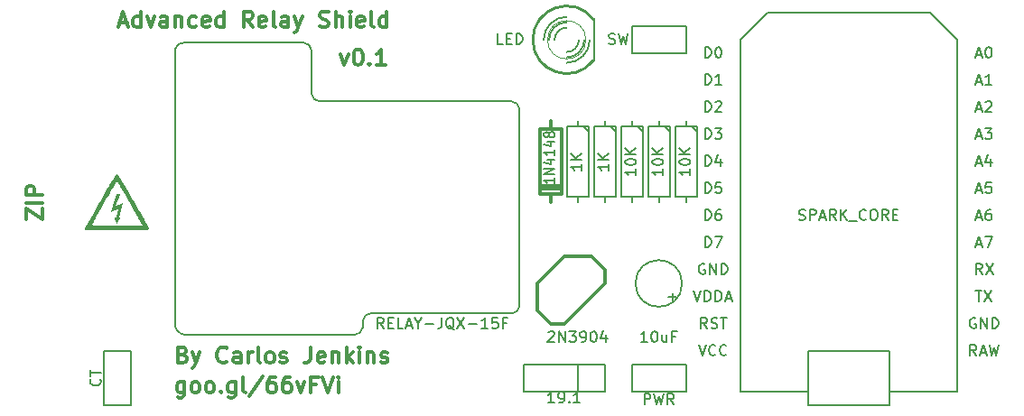
<source format=gto>
G04 (created by PCBNEW (2013-07-07 BZR 4022)-stable) date Thu 15 Aug 2013 17:22:16 CST*
%MOIN*%
G04 Gerber Fmt 3.4, Leading zero omitted, Abs format*
%FSLAX34Y34*%
G01*
G70*
G90*
G04 APERTURE LIST*
%ADD10C,0.006*%
%ADD11C,0.011811*%
%ADD12C,0.012*%
%ADD13C,0.0001*%
%ADD14C,0.008*%
%ADD15C,0.003*%
%ADD16C,0.01*%
%ADD17C,0.00590551*%
%ADD18C,0.0075*%
G04 APERTURE END LIST*
G54D10*
G54D11*
X42830Y-42129D02*
X42914Y-42157D01*
X42942Y-42185D01*
X42970Y-42242D01*
X42970Y-42326D01*
X42942Y-42382D01*
X42914Y-42410D01*
X42858Y-42439D01*
X42633Y-42439D01*
X42633Y-41848D01*
X42830Y-41848D01*
X42886Y-41876D01*
X42914Y-41904D01*
X42942Y-41960D01*
X42942Y-42017D01*
X42914Y-42073D01*
X42886Y-42101D01*
X42830Y-42129D01*
X42633Y-42129D01*
X43167Y-42045D02*
X43308Y-42439D01*
X43448Y-42045D02*
X43308Y-42439D01*
X43251Y-42579D01*
X43223Y-42607D01*
X43167Y-42635D01*
X44461Y-42382D02*
X44433Y-42410D01*
X44348Y-42439D01*
X44292Y-42439D01*
X44208Y-42410D01*
X44151Y-42354D01*
X44123Y-42298D01*
X44095Y-42185D01*
X44095Y-42101D01*
X44123Y-41989D01*
X44151Y-41932D01*
X44208Y-41876D01*
X44292Y-41848D01*
X44348Y-41848D01*
X44433Y-41876D01*
X44461Y-41904D01*
X44967Y-42439D02*
X44967Y-42129D01*
X44939Y-42073D01*
X44883Y-42045D01*
X44770Y-42045D01*
X44714Y-42073D01*
X44967Y-42410D02*
X44911Y-42439D01*
X44770Y-42439D01*
X44714Y-42410D01*
X44686Y-42354D01*
X44686Y-42298D01*
X44714Y-42242D01*
X44770Y-42214D01*
X44911Y-42214D01*
X44967Y-42185D01*
X45248Y-42439D02*
X45248Y-42045D01*
X45248Y-42157D02*
X45276Y-42101D01*
X45304Y-42073D01*
X45361Y-42045D01*
X45417Y-42045D01*
X45698Y-42439D02*
X45642Y-42410D01*
X45614Y-42354D01*
X45614Y-41848D01*
X46007Y-42439D02*
X45951Y-42410D01*
X45923Y-42382D01*
X45895Y-42326D01*
X45895Y-42157D01*
X45923Y-42101D01*
X45951Y-42073D01*
X46007Y-42045D01*
X46092Y-42045D01*
X46148Y-42073D01*
X46176Y-42101D01*
X46204Y-42157D01*
X46204Y-42326D01*
X46176Y-42382D01*
X46148Y-42410D01*
X46092Y-42439D01*
X46007Y-42439D01*
X46429Y-42410D02*
X46485Y-42439D01*
X46598Y-42439D01*
X46654Y-42410D01*
X46682Y-42354D01*
X46682Y-42326D01*
X46654Y-42270D01*
X46598Y-42242D01*
X46514Y-42242D01*
X46457Y-42214D01*
X46429Y-42157D01*
X46429Y-42129D01*
X46457Y-42073D01*
X46514Y-42045D01*
X46598Y-42045D01*
X46654Y-42073D01*
X47554Y-41848D02*
X47554Y-42270D01*
X47526Y-42354D01*
X47470Y-42410D01*
X47385Y-42439D01*
X47329Y-42439D01*
X48060Y-42410D02*
X48004Y-42439D01*
X47892Y-42439D01*
X47835Y-42410D01*
X47807Y-42354D01*
X47807Y-42129D01*
X47835Y-42073D01*
X47892Y-42045D01*
X48004Y-42045D01*
X48060Y-42073D01*
X48088Y-42129D01*
X48088Y-42185D01*
X47807Y-42242D01*
X48341Y-42045D02*
X48341Y-42439D01*
X48341Y-42101D02*
X48370Y-42073D01*
X48426Y-42045D01*
X48510Y-42045D01*
X48566Y-42073D01*
X48595Y-42129D01*
X48595Y-42439D01*
X48876Y-42439D02*
X48876Y-41848D01*
X48932Y-42214D02*
X49101Y-42439D01*
X49101Y-42045D02*
X48876Y-42270D01*
X49354Y-42439D02*
X49354Y-42045D01*
X49354Y-41848D02*
X49326Y-41876D01*
X49354Y-41904D01*
X49382Y-41876D01*
X49354Y-41848D01*
X49354Y-41904D01*
X49635Y-42045D02*
X49635Y-42439D01*
X49635Y-42101D02*
X49663Y-42073D01*
X49719Y-42045D01*
X49804Y-42045D01*
X49860Y-42073D01*
X49888Y-42129D01*
X49888Y-42439D01*
X50141Y-42410D02*
X50197Y-42439D01*
X50310Y-42439D01*
X50366Y-42410D01*
X50394Y-42354D01*
X50394Y-42326D01*
X50366Y-42270D01*
X50310Y-42242D01*
X50226Y-42242D01*
X50169Y-42214D01*
X50141Y-42157D01*
X50141Y-42129D01*
X50169Y-42073D01*
X50226Y-42045D01*
X50310Y-42045D01*
X50366Y-42073D01*
X42886Y-43145D02*
X42886Y-43623D01*
X42858Y-43679D01*
X42830Y-43707D01*
X42773Y-43735D01*
X42689Y-43735D01*
X42633Y-43707D01*
X42886Y-43510D02*
X42830Y-43539D01*
X42717Y-43539D01*
X42661Y-43510D01*
X42633Y-43482D01*
X42605Y-43426D01*
X42605Y-43257D01*
X42633Y-43201D01*
X42661Y-43173D01*
X42717Y-43145D01*
X42830Y-43145D01*
X42886Y-43173D01*
X43251Y-43539D02*
X43195Y-43510D01*
X43167Y-43482D01*
X43139Y-43426D01*
X43139Y-43257D01*
X43167Y-43201D01*
X43195Y-43173D01*
X43251Y-43145D01*
X43336Y-43145D01*
X43392Y-43173D01*
X43420Y-43201D01*
X43448Y-43257D01*
X43448Y-43426D01*
X43420Y-43482D01*
X43392Y-43510D01*
X43336Y-43539D01*
X43251Y-43539D01*
X43786Y-43539D02*
X43729Y-43510D01*
X43701Y-43482D01*
X43673Y-43426D01*
X43673Y-43257D01*
X43701Y-43201D01*
X43729Y-43173D01*
X43786Y-43145D01*
X43870Y-43145D01*
X43926Y-43173D01*
X43954Y-43201D01*
X43983Y-43257D01*
X43983Y-43426D01*
X43954Y-43482D01*
X43926Y-43510D01*
X43870Y-43539D01*
X43786Y-43539D01*
X44236Y-43482D02*
X44264Y-43510D01*
X44236Y-43539D01*
X44207Y-43510D01*
X44236Y-43482D01*
X44236Y-43539D01*
X44770Y-43145D02*
X44770Y-43623D01*
X44742Y-43679D01*
X44714Y-43707D01*
X44657Y-43735D01*
X44573Y-43735D01*
X44517Y-43707D01*
X44770Y-43510D02*
X44714Y-43539D01*
X44601Y-43539D01*
X44545Y-43510D01*
X44517Y-43482D01*
X44489Y-43426D01*
X44489Y-43257D01*
X44517Y-43201D01*
X44545Y-43173D01*
X44601Y-43145D01*
X44714Y-43145D01*
X44770Y-43173D01*
X45135Y-43539D02*
X45079Y-43510D01*
X45051Y-43454D01*
X45051Y-42948D01*
X45782Y-42920D02*
X45276Y-43679D01*
X46232Y-42948D02*
X46120Y-42948D01*
X46064Y-42976D01*
X46035Y-43004D01*
X45979Y-43089D01*
X45951Y-43201D01*
X45951Y-43426D01*
X45979Y-43482D01*
X46007Y-43510D01*
X46064Y-43539D01*
X46176Y-43539D01*
X46232Y-43510D01*
X46260Y-43482D01*
X46288Y-43426D01*
X46288Y-43285D01*
X46260Y-43229D01*
X46232Y-43201D01*
X46176Y-43173D01*
X46064Y-43173D01*
X46007Y-43201D01*
X45979Y-43229D01*
X45951Y-43285D01*
X46795Y-42948D02*
X46682Y-42948D01*
X46626Y-42976D01*
X46598Y-43004D01*
X46542Y-43089D01*
X46513Y-43201D01*
X46513Y-43426D01*
X46542Y-43482D01*
X46570Y-43510D01*
X46626Y-43539D01*
X46738Y-43539D01*
X46795Y-43510D01*
X46823Y-43482D01*
X46851Y-43426D01*
X46851Y-43285D01*
X46823Y-43229D01*
X46795Y-43201D01*
X46738Y-43173D01*
X46626Y-43173D01*
X46570Y-43201D01*
X46542Y-43229D01*
X46513Y-43285D01*
X47048Y-43145D02*
X47188Y-43539D01*
X47329Y-43145D01*
X47751Y-43229D02*
X47554Y-43229D01*
X47554Y-43539D02*
X47554Y-42948D01*
X47835Y-42948D01*
X47976Y-42948D02*
X48173Y-43539D01*
X48369Y-42948D01*
X48566Y-43539D02*
X48566Y-43145D01*
X48566Y-42948D02*
X48538Y-42976D01*
X48566Y-43004D01*
X48594Y-42976D01*
X48566Y-42948D01*
X48566Y-43004D01*
X48656Y-31045D02*
X48796Y-31439D01*
X48937Y-31045D01*
X49275Y-30848D02*
X49331Y-30848D01*
X49387Y-30876D01*
X49415Y-30904D01*
X49443Y-30960D01*
X49471Y-31073D01*
X49471Y-31214D01*
X49443Y-31326D01*
X49415Y-31382D01*
X49387Y-31410D01*
X49331Y-31439D01*
X49275Y-31439D01*
X49218Y-31410D01*
X49190Y-31382D01*
X49162Y-31326D01*
X49134Y-31214D01*
X49134Y-31073D01*
X49162Y-30960D01*
X49190Y-30904D01*
X49218Y-30876D01*
X49275Y-30848D01*
X49724Y-31382D02*
X49753Y-31410D01*
X49724Y-31439D01*
X49696Y-31410D01*
X49724Y-31382D01*
X49724Y-31439D01*
X50315Y-31439D02*
X49978Y-31439D01*
X50146Y-31439D02*
X50146Y-30848D01*
X50090Y-30932D01*
X50034Y-30989D01*
X49978Y-31017D01*
X40488Y-29870D02*
X40769Y-29870D01*
X40432Y-30039D02*
X40629Y-29448D01*
X40826Y-30039D01*
X41276Y-30039D02*
X41276Y-29448D01*
X41276Y-30010D02*
X41219Y-30039D01*
X41107Y-30039D01*
X41051Y-30010D01*
X41023Y-29982D01*
X40994Y-29926D01*
X40994Y-29757D01*
X41023Y-29701D01*
X41051Y-29673D01*
X41107Y-29645D01*
X41219Y-29645D01*
X41276Y-29673D01*
X41501Y-29645D02*
X41641Y-30039D01*
X41782Y-29645D01*
X42260Y-30039D02*
X42260Y-29729D01*
X42232Y-29673D01*
X42176Y-29645D01*
X42063Y-29645D01*
X42007Y-29673D01*
X42260Y-30010D02*
X42204Y-30039D01*
X42063Y-30039D01*
X42007Y-30010D01*
X41979Y-29954D01*
X41979Y-29898D01*
X42007Y-29842D01*
X42063Y-29814D01*
X42204Y-29814D01*
X42260Y-29785D01*
X42541Y-29645D02*
X42541Y-30039D01*
X42541Y-29701D02*
X42569Y-29673D01*
X42625Y-29645D01*
X42710Y-29645D01*
X42766Y-29673D01*
X42794Y-29729D01*
X42794Y-30039D01*
X43329Y-30010D02*
X43272Y-30039D01*
X43160Y-30039D01*
X43104Y-30010D01*
X43075Y-29982D01*
X43047Y-29926D01*
X43047Y-29757D01*
X43075Y-29701D01*
X43104Y-29673D01*
X43160Y-29645D01*
X43272Y-29645D01*
X43329Y-29673D01*
X43807Y-30010D02*
X43750Y-30039D01*
X43638Y-30039D01*
X43582Y-30010D01*
X43553Y-29954D01*
X43553Y-29729D01*
X43582Y-29673D01*
X43638Y-29645D01*
X43750Y-29645D01*
X43807Y-29673D01*
X43835Y-29729D01*
X43835Y-29785D01*
X43553Y-29842D01*
X44341Y-30039D02*
X44341Y-29448D01*
X44341Y-30010D02*
X44285Y-30039D01*
X44172Y-30039D01*
X44116Y-30010D01*
X44088Y-29982D01*
X44060Y-29926D01*
X44060Y-29757D01*
X44088Y-29701D01*
X44116Y-29673D01*
X44172Y-29645D01*
X44285Y-29645D01*
X44341Y-29673D01*
X45410Y-30039D02*
X45213Y-29757D01*
X45072Y-30039D02*
X45072Y-29448D01*
X45297Y-29448D01*
X45353Y-29476D01*
X45381Y-29504D01*
X45410Y-29560D01*
X45410Y-29645D01*
X45381Y-29701D01*
X45353Y-29729D01*
X45297Y-29757D01*
X45072Y-29757D01*
X45888Y-30010D02*
X45831Y-30039D01*
X45719Y-30039D01*
X45663Y-30010D01*
X45634Y-29954D01*
X45634Y-29729D01*
X45663Y-29673D01*
X45719Y-29645D01*
X45831Y-29645D01*
X45888Y-29673D01*
X45916Y-29729D01*
X45916Y-29785D01*
X45634Y-29842D01*
X46253Y-30039D02*
X46197Y-30010D01*
X46169Y-29954D01*
X46169Y-29448D01*
X46731Y-30039D02*
X46731Y-29729D01*
X46703Y-29673D01*
X46647Y-29645D01*
X46534Y-29645D01*
X46478Y-29673D01*
X46731Y-30010D02*
X46675Y-30039D01*
X46534Y-30039D01*
X46478Y-30010D01*
X46450Y-29954D01*
X46450Y-29898D01*
X46478Y-29842D01*
X46534Y-29814D01*
X46675Y-29814D01*
X46731Y-29785D01*
X46956Y-29645D02*
X47097Y-30039D01*
X47237Y-29645D02*
X47097Y-30039D01*
X47041Y-30179D01*
X47012Y-30207D01*
X46956Y-30235D01*
X47884Y-30010D02*
X47969Y-30039D01*
X48109Y-30039D01*
X48165Y-30010D01*
X48194Y-29982D01*
X48222Y-29926D01*
X48222Y-29870D01*
X48194Y-29814D01*
X48165Y-29785D01*
X48109Y-29757D01*
X47997Y-29729D01*
X47940Y-29701D01*
X47912Y-29673D01*
X47884Y-29617D01*
X47884Y-29560D01*
X47912Y-29504D01*
X47940Y-29476D01*
X47997Y-29448D01*
X48137Y-29448D01*
X48222Y-29476D01*
X48475Y-30039D02*
X48475Y-29448D01*
X48728Y-30039D02*
X48728Y-29729D01*
X48700Y-29673D01*
X48643Y-29645D01*
X48559Y-29645D01*
X48503Y-29673D01*
X48475Y-29701D01*
X49009Y-30039D02*
X49009Y-29645D01*
X49009Y-29448D02*
X48981Y-29476D01*
X49009Y-29504D01*
X49037Y-29476D01*
X49009Y-29448D01*
X49009Y-29504D01*
X49515Y-30010D02*
X49459Y-30039D01*
X49347Y-30039D01*
X49290Y-30010D01*
X49262Y-29954D01*
X49262Y-29729D01*
X49290Y-29673D01*
X49347Y-29645D01*
X49459Y-29645D01*
X49515Y-29673D01*
X49543Y-29729D01*
X49543Y-29785D01*
X49262Y-29842D01*
X49881Y-30039D02*
X49825Y-30010D01*
X49796Y-29954D01*
X49796Y-29448D01*
X50359Y-30039D02*
X50359Y-29448D01*
X50359Y-30010D02*
X50303Y-30039D01*
X50190Y-30039D01*
X50134Y-30010D01*
X50106Y-29982D01*
X50078Y-29926D01*
X50078Y-29757D01*
X50106Y-29701D01*
X50134Y-29673D01*
X50190Y-29645D01*
X50303Y-29645D01*
X50359Y-29673D01*
G54D12*
X37042Y-37142D02*
X37042Y-36742D01*
X37642Y-37142D01*
X37642Y-36742D01*
X37642Y-36514D02*
X37042Y-36514D01*
X37642Y-36228D02*
X37042Y-36228D01*
X37042Y-35999D01*
X37071Y-35942D01*
X37100Y-35914D01*
X37157Y-35885D01*
X37242Y-35885D01*
X37300Y-35914D01*
X37328Y-35942D01*
X37357Y-35999D01*
X37357Y-36228D01*
G54D13*
G36*
X41581Y-37468D02*
X41575Y-37491D01*
X41572Y-37498D01*
X41562Y-37511D01*
X41550Y-37522D01*
X41541Y-37526D01*
X41540Y-37527D01*
X41537Y-37527D01*
X41534Y-37528D01*
X41529Y-37528D01*
X41522Y-37529D01*
X41514Y-37529D01*
X41504Y-37529D01*
X41491Y-37530D01*
X41476Y-37530D01*
X41458Y-37530D01*
X41437Y-37531D01*
X41413Y-37531D01*
X41385Y-37531D01*
X41354Y-37531D01*
X41339Y-37531D01*
X41339Y-37349D01*
X41334Y-37340D01*
X41331Y-37334D01*
X41324Y-37321D01*
X41314Y-37303D01*
X41301Y-37281D01*
X41285Y-37253D01*
X41267Y-37221D01*
X41246Y-37184D01*
X41223Y-37144D01*
X41198Y-37100D01*
X41172Y-37053D01*
X41143Y-37003D01*
X41113Y-36951D01*
X41082Y-36896D01*
X41050Y-36839D01*
X41017Y-36780D01*
X40983Y-36720D01*
X40948Y-36660D01*
X40913Y-36598D01*
X40878Y-36536D01*
X40842Y-36475D01*
X40807Y-36413D01*
X40772Y-36352D01*
X40738Y-36291D01*
X40704Y-36232D01*
X40671Y-36174D01*
X40639Y-36118D01*
X40609Y-36064D01*
X40579Y-36013D01*
X40552Y-35964D01*
X40526Y-35919D01*
X40502Y-35876D01*
X40480Y-35838D01*
X40460Y-35803D01*
X40443Y-35773D01*
X40428Y-35748D01*
X40416Y-35727D01*
X40407Y-35712D01*
X40402Y-35702D01*
X40400Y-35698D01*
X40399Y-35701D01*
X40393Y-35710D01*
X40385Y-35725D01*
X40374Y-35745D01*
X40359Y-35770D01*
X40342Y-35799D01*
X40323Y-35833D01*
X40301Y-35871D01*
X40277Y-35913D01*
X40251Y-35959D01*
X40224Y-36007D01*
X40195Y-36058D01*
X40164Y-36111D01*
X40132Y-36167D01*
X40099Y-36225D01*
X40066Y-36284D01*
X40031Y-36344D01*
X39996Y-36406D01*
X39961Y-36468D01*
X39926Y-36529D01*
X39890Y-36591D01*
X39855Y-36653D01*
X39820Y-36714D01*
X39786Y-36774D01*
X39753Y-36833D01*
X39720Y-36890D01*
X39689Y-36945D01*
X39659Y-36998D01*
X39630Y-37049D01*
X39603Y-37096D01*
X39578Y-37141D01*
X39554Y-37182D01*
X39533Y-37219D01*
X39515Y-37252D01*
X39499Y-37280D01*
X39485Y-37304D01*
X39475Y-37323D01*
X39467Y-37336D01*
X39463Y-37344D01*
X39462Y-37345D01*
X39465Y-37346D01*
X39476Y-37346D01*
X39493Y-37346D01*
X39517Y-37346D01*
X39547Y-37347D01*
X39584Y-37347D01*
X39627Y-37347D01*
X39675Y-37348D01*
X39729Y-37348D01*
X39789Y-37348D01*
X39854Y-37348D01*
X39924Y-37348D01*
X39999Y-37348D01*
X40078Y-37348D01*
X40162Y-37349D01*
X40251Y-37349D01*
X40343Y-37349D01*
X40400Y-37349D01*
X41339Y-37349D01*
X41339Y-37531D01*
X41319Y-37531D01*
X41280Y-37531D01*
X41236Y-37532D01*
X41187Y-37532D01*
X41134Y-37532D01*
X41076Y-37532D01*
X41012Y-37532D01*
X40943Y-37532D01*
X40868Y-37532D01*
X40787Y-37532D01*
X40699Y-37532D01*
X40606Y-37532D01*
X40505Y-37532D01*
X40400Y-37532D01*
X40292Y-37532D01*
X40192Y-37532D01*
X40098Y-37532D01*
X40010Y-37532D01*
X39929Y-37532D01*
X39854Y-37532D01*
X39785Y-37532D01*
X39721Y-37532D01*
X39663Y-37531D01*
X39609Y-37531D01*
X39561Y-37531D01*
X39517Y-37531D01*
X39478Y-37531D01*
X39443Y-37531D01*
X39411Y-37531D01*
X39384Y-37531D01*
X39360Y-37530D01*
X39339Y-37530D01*
X39321Y-37530D01*
X39306Y-37529D01*
X39294Y-37529D01*
X39283Y-37529D01*
X39275Y-37528D01*
X39269Y-37528D01*
X39264Y-37527D01*
X39261Y-37527D01*
X39259Y-37526D01*
X39258Y-37526D01*
X39240Y-37513D01*
X39227Y-37495D01*
X39220Y-37475D01*
X39219Y-37453D01*
X39221Y-37447D01*
X39223Y-37442D01*
X39228Y-37432D01*
X39237Y-37416D01*
X39249Y-37395D01*
X39263Y-37369D01*
X39281Y-37338D01*
X39301Y-37302D01*
X39324Y-37263D01*
X39349Y-37219D01*
X39376Y-37172D01*
X39405Y-37121D01*
X39435Y-37067D01*
X39468Y-37011D01*
X39501Y-36952D01*
X39536Y-36891D01*
X39572Y-36829D01*
X39609Y-36764D01*
X39647Y-36699D01*
X39686Y-36632D01*
X39724Y-36565D01*
X39763Y-36498D01*
X39802Y-36430D01*
X39841Y-36362D01*
X39880Y-36295D01*
X39919Y-36228D01*
X39957Y-36163D01*
X39994Y-36099D01*
X40030Y-36036D01*
X40065Y-35975D01*
X40099Y-35917D01*
X40131Y-35861D01*
X40162Y-35808D01*
X40191Y-35757D01*
X40218Y-35711D01*
X40243Y-35668D01*
X40266Y-35628D01*
X40287Y-35593D01*
X40305Y-35563D01*
X40320Y-35537D01*
X40332Y-35517D01*
X40341Y-35502D01*
X40347Y-35492D01*
X40349Y-35489D01*
X40366Y-35476D01*
X40386Y-35469D01*
X40400Y-35468D01*
X40422Y-35471D01*
X40441Y-35480D01*
X40451Y-35489D01*
X40454Y-35493D01*
X40460Y-35503D01*
X40469Y-35519D01*
X40482Y-35540D01*
X40497Y-35566D01*
X40516Y-35597D01*
X40536Y-35633D01*
X40559Y-35673D01*
X40585Y-35716D01*
X40612Y-35763D01*
X40641Y-35814D01*
X40673Y-35867D01*
X40705Y-35924D01*
X40739Y-35983D01*
X40774Y-36043D01*
X40811Y-36106D01*
X40848Y-36171D01*
X40886Y-36236D01*
X40924Y-36303D01*
X40963Y-36370D01*
X41002Y-36438D01*
X41041Y-36505D01*
X41080Y-36573D01*
X41119Y-36640D01*
X41157Y-36707D01*
X41195Y-36772D01*
X41232Y-36836D01*
X41268Y-36899D01*
X41303Y-36960D01*
X41336Y-37018D01*
X41368Y-37074D01*
X41399Y-37127D01*
X41428Y-37178D01*
X41454Y-37224D01*
X41479Y-37267D01*
X41501Y-37307D01*
X41521Y-37342D01*
X41538Y-37372D01*
X41553Y-37398D01*
X41564Y-37418D01*
X41573Y-37434D01*
X41578Y-37443D01*
X41579Y-37447D01*
X41581Y-37468D01*
X41581Y-37468D01*
X41581Y-37468D01*
G37*
G36*
X40618Y-36529D02*
X40617Y-36534D01*
X40615Y-36544D01*
X40611Y-36560D01*
X40605Y-36582D01*
X40598Y-36608D01*
X40590Y-36639D01*
X40581Y-36673D01*
X40571Y-36711D01*
X40561Y-36751D01*
X40549Y-36793D01*
X40547Y-36800D01*
X40476Y-37066D01*
X40502Y-37067D01*
X40515Y-37068D01*
X40525Y-37070D01*
X40529Y-37071D01*
X40529Y-37072D01*
X40527Y-37075D01*
X40522Y-37084D01*
X40513Y-37097D01*
X40503Y-37113D01*
X40490Y-37132D01*
X40477Y-37153D01*
X40462Y-37175D01*
X40448Y-37197D01*
X40434Y-37218D01*
X40421Y-37238D01*
X40409Y-37255D01*
X40400Y-37270D01*
X40393Y-37280D01*
X40390Y-37285D01*
X40389Y-37285D01*
X40386Y-37285D01*
X40383Y-37279D01*
X40382Y-37278D01*
X40379Y-37269D01*
X40374Y-37256D01*
X40368Y-37238D01*
X40361Y-37218D01*
X40353Y-37195D01*
X40345Y-37172D01*
X40337Y-37149D01*
X40330Y-37127D01*
X40323Y-37106D01*
X40317Y-37089D01*
X40313Y-37077D01*
X40311Y-37069D01*
X40311Y-37068D01*
X40314Y-37066D01*
X40323Y-37065D01*
X40335Y-37064D01*
X40339Y-37064D01*
X40367Y-37064D01*
X40410Y-36909D01*
X40419Y-36876D01*
X40428Y-36846D01*
X40436Y-36819D01*
X40443Y-36794D01*
X40448Y-36775D01*
X40453Y-36760D01*
X40455Y-36750D01*
X40456Y-36747D01*
X40454Y-36746D01*
X40448Y-36748D01*
X40437Y-36751D01*
X40421Y-36757D01*
X40400Y-36766D01*
X40372Y-36777D01*
X40338Y-36790D01*
X40323Y-36797D01*
X40293Y-36809D01*
X40265Y-36820D01*
X40241Y-36830D01*
X40219Y-36838D01*
X40202Y-36844D01*
X40190Y-36849D01*
X40184Y-36851D01*
X40183Y-36851D01*
X40183Y-36848D01*
X40185Y-36838D01*
X40189Y-36821D01*
X40195Y-36800D01*
X40202Y-36773D01*
X40211Y-36741D01*
X40221Y-36704D01*
X40232Y-36664D01*
X40244Y-36620D01*
X40257Y-36573D01*
X40271Y-36523D01*
X40273Y-36518D01*
X40366Y-36186D01*
X40451Y-36185D01*
X40536Y-36184D01*
X40525Y-36208D01*
X40522Y-36216D01*
X40516Y-36229D01*
X40508Y-36248D01*
X40498Y-36272D01*
X40486Y-36299D01*
X40472Y-36330D01*
X40458Y-36363D01*
X40442Y-36399D01*
X40427Y-36434D01*
X40411Y-36470D01*
X40398Y-36503D01*
X40384Y-36534D01*
X40372Y-36562D01*
X40362Y-36586D01*
X40353Y-36606D01*
X40347Y-36622D01*
X40343Y-36632D01*
X40341Y-36636D01*
X40345Y-36635D01*
X40354Y-36631D01*
X40369Y-36625D01*
X40388Y-36618D01*
X40410Y-36609D01*
X40436Y-36598D01*
X40465Y-36587D01*
X40479Y-36581D01*
X40514Y-36567D01*
X40544Y-36555D01*
X40570Y-36545D01*
X40591Y-36537D01*
X40606Y-36532D01*
X40615Y-36530D01*
X40618Y-36529D01*
X40618Y-36529D01*
X40618Y-36529D01*
G37*
G54D14*
X42542Y-41000D02*
X42542Y-31000D01*
X42900Y-30607D02*
X47286Y-30607D01*
X49175Y-41393D02*
X42900Y-41393D01*
X49470Y-41118D02*
X49470Y-40881D01*
X47582Y-32497D02*
X47582Y-30882D01*
X49766Y-40606D02*
X55002Y-40606D01*
X47877Y-32772D02*
X54962Y-32772D01*
X55258Y-40330D02*
X55258Y-33048D01*
X42542Y-40999D02*
G75*
G03X42899Y-41392I400J4D01*
G74*
G01*
X42900Y-30606D02*
G75*
G03X42541Y-30999I-31J-331D01*
G74*
G01*
X49174Y-41392D02*
G75*
G03X49470Y-41117I13J281D01*
G74*
G01*
X49766Y-40605D02*
G75*
G03X49470Y-40880I6J-304D01*
G74*
G01*
X55002Y-40605D02*
G75*
G03X55258Y-40329I-56J308D01*
G74*
G01*
X55257Y-33046D02*
G75*
G03X54961Y-32771I-302J-29D01*
G74*
G01*
X47581Y-32497D02*
G75*
G03X47877Y-32772I302J29D01*
G74*
G01*
X47581Y-30881D02*
G75*
G03X47285Y-30606I-302J-29D01*
G74*
G01*
G54D10*
X58400Y-42500D02*
X58400Y-43500D01*
X58400Y-43500D02*
X55400Y-43500D01*
X55400Y-43500D02*
X55400Y-42500D01*
X55400Y-42500D02*
X58400Y-42500D01*
X57400Y-43500D02*
X57400Y-42500D01*
G54D14*
X61260Y-39500D02*
G75*
G03X61260Y-39500I-860J0D01*
G74*
G01*
G54D10*
X59400Y-31000D02*
X59400Y-30000D01*
X59400Y-30000D02*
X61400Y-30000D01*
X61400Y-30000D02*
X61400Y-31000D01*
X61400Y-31000D02*
X59400Y-31000D01*
G54D12*
X56400Y-36500D02*
X56400Y-36200D01*
X56400Y-36200D02*
X56800Y-36200D01*
X56800Y-36200D02*
X56800Y-33800D01*
X56800Y-33800D02*
X56400Y-33800D01*
X56400Y-33800D02*
X56400Y-33500D01*
X56400Y-33800D02*
X56000Y-33800D01*
X56000Y-33800D02*
X56000Y-36200D01*
X56000Y-36200D02*
X56400Y-36200D01*
X56800Y-36000D02*
X56000Y-36000D01*
X56000Y-35900D02*
X56800Y-35900D01*
X56900Y-41000D02*
X58400Y-39500D01*
X58400Y-39500D02*
X58400Y-39000D01*
X58400Y-39000D02*
X57900Y-38500D01*
X57900Y-38500D02*
X56900Y-38500D01*
X56900Y-38500D02*
X55900Y-39500D01*
X55900Y-39500D02*
X55900Y-40500D01*
X55900Y-40500D02*
X56400Y-41000D01*
X56400Y-41000D02*
X56900Y-41000D01*
G54D14*
X58020Y-31250D02*
X58020Y-29750D01*
G54D15*
X57707Y-30500D02*
G75*
G03X57707Y-30500I-707J0D01*
G74*
G01*
G54D16*
X57999Y-29749D02*
G75*
G03X57999Y-31250I-999J-750D01*
G74*
G01*
G54D10*
X57000Y-30050D02*
G75*
G03X56550Y-30500I0J-450D01*
G74*
G01*
X57000Y-30950D02*
G75*
G03X57450Y-30500I0J450D01*
G74*
G01*
X57000Y-29850D02*
G75*
G03X56350Y-30500I0J-650D01*
G74*
G01*
X57000Y-31150D02*
G75*
G03X57650Y-30500I0J650D01*
G74*
G01*
X57000Y-29650D02*
G75*
G03X56150Y-30500I0J-850D01*
G74*
G01*
X57000Y-31350D02*
G75*
G03X57850Y-30500I0J850D01*
G74*
G01*
X40900Y-44000D02*
X39900Y-44000D01*
X39900Y-44000D02*
X39900Y-42000D01*
X39900Y-42000D02*
X40900Y-42000D01*
X40900Y-42000D02*
X40900Y-44000D01*
X59400Y-43500D02*
X59400Y-42500D01*
X59400Y-42500D02*
X61400Y-42500D01*
X61400Y-42500D02*
X61400Y-43500D01*
X61400Y-43500D02*
X59400Y-43500D01*
G54D17*
X68900Y-43500D02*
X71400Y-43500D01*
X63400Y-43500D02*
X65900Y-43500D01*
X68900Y-42000D02*
X65900Y-42000D01*
X65900Y-42000D02*
X65900Y-44000D01*
X65900Y-44000D02*
X68900Y-44000D01*
X68900Y-44000D02*
X68900Y-42000D01*
X71400Y-30500D02*
X70400Y-29500D01*
X70400Y-29500D02*
X64400Y-29500D01*
X64400Y-29500D02*
X63400Y-30500D01*
X71400Y-43500D02*
X71400Y-30500D01*
X63400Y-43500D02*
X63400Y-30500D01*
G54D14*
X60400Y-33500D02*
X60400Y-33700D01*
X60400Y-36500D02*
X60400Y-36300D01*
X60400Y-36300D02*
X60800Y-36300D01*
X60800Y-36300D02*
X60800Y-33700D01*
X60800Y-33700D02*
X60000Y-33700D01*
X60000Y-33700D02*
X60000Y-36300D01*
X60000Y-36300D02*
X60400Y-36300D01*
X60600Y-33700D02*
X60800Y-33900D01*
X61400Y-33500D02*
X61400Y-33700D01*
X61400Y-36500D02*
X61400Y-36300D01*
X61400Y-36300D02*
X61800Y-36300D01*
X61800Y-36300D02*
X61800Y-33700D01*
X61800Y-33700D02*
X61000Y-33700D01*
X61000Y-33700D02*
X61000Y-36300D01*
X61000Y-36300D02*
X61400Y-36300D01*
X61600Y-33700D02*
X61800Y-33900D01*
X59400Y-33500D02*
X59400Y-33700D01*
X59400Y-36500D02*
X59400Y-36300D01*
X59400Y-36300D02*
X59800Y-36300D01*
X59800Y-36300D02*
X59800Y-33700D01*
X59800Y-33700D02*
X59000Y-33700D01*
X59000Y-33700D02*
X59000Y-36300D01*
X59000Y-36300D02*
X59400Y-36300D01*
X59600Y-33700D02*
X59800Y-33900D01*
X58400Y-33500D02*
X58400Y-33700D01*
X58400Y-36500D02*
X58400Y-36300D01*
X58400Y-36300D02*
X58800Y-36300D01*
X58800Y-36300D02*
X58800Y-33700D01*
X58800Y-33700D02*
X58000Y-33700D01*
X58000Y-33700D02*
X58000Y-36300D01*
X58000Y-36300D02*
X58400Y-36300D01*
X58600Y-33700D02*
X58800Y-33900D01*
X57400Y-33500D02*
X57400Y-33700D01*
X57400Y-36500D02*
X57400Y-36300D01*
X57400Y-36300D02*
X57800Y-36300D01*
X57800Y-36300D02*
X57800Y-33700D01*
X57800Y-33700D02*
X57000Y-33700D01*
X57000Y-33700D02*
X57000Y-36300D01*
X57000Y-36300D02*
X57400Y-36300D01*
X57600Y-33700D02*
X57800Y-33900D01*
X50238Y-41161D02*
X50104Y-40971D01*
X50009Y-41161D02*
X50009Y-40761D01*
X50161Y-40761D01*
X50200Y-40780D01*
X50219Y-40800D01*
X50238Y-40838D01*
X50238Y-40895D01*
X50219Y-40933D01*
X50200Y-40952D01*
X50161Y-40971D01*
X50009Y-40971D01*
X50409Y-40952D02*
X50542Y-40952D01*
X50600Y-41161D02*
X50409Y-41161D01*
X50409Y-40761D01*
X50600Y-40761D01*
X50961Y-41161D02*
X50771Y-41161D01*
X50771Y-40761D01*
X51076Y-41047D02*
X51266Y-41047D01*
X51038Y-41161D02*
X51171Y-40761D01*
X51304Y-41161D01*
X51514Y-40971D02*
X51514Y-41161D01*
X51380Y-40761D02*
X51514Y-40971D01*
X51647Y-40761D01*
X51780Y-41009D02*
X52085Y-41009D01*
X52390Y-40761D02*
X52390Y-41047D01*
X52371Y-41104D01*
X52333Y-41142D01*
X52276Y-41161D01*
X52238Y-41161D01*
X52847Y-41200D02*
X52809Y-41180D01*
X52771Y-41142D01*
X52714Y-41085D01*
X52676Y-41066D01*
X52638Y-41066D01*
X52657Y-41161D02*
X52619Y-41142D01*
X52580Y-41104D01*
X52561Y-41028D01*
X52561Y-40895D01*
X52580Y-40819D01*
X52619Y-40780D01*
X52657Y-40761D01*
X52733Y-40761D01*
X52771Y-40780D01*
X52809Y-40819D01*
X52828Y-40895D01*
X52828Y-41028D01*
X52809Y-41104D01*
X52771Y-41142D01*
X52733Y-41161D01*
X52657Y-41161D01*
X52961Y-40761D02*
X53228Y-41161D01*
X53228Y-40761D02*
X52961Y-41161D01*
X53380Y-41009D02*
X53685Y-41009D01*
X54085Y-41161D02*
X53857Y-41161D01*
X53971Y-41161D02*
X53971Y-40761D01*
X53933Y-40819D01*
X53895Y-40857D01*
X53857Y-40876D01*
X54447Y-40761D02*
X54257Y-40761D01*
X54238Y-40952D01*
X54257Y-40933D01*
X54295Y-40914D01*
X54390Y-40914D01*
X54428Y-40933D01*
X54447Y-40952D01*
X54466Y-40990D01*
X54466Y-41085D01*
X54447Y-41123D01*
X54428Y-41142D01*
X54390Y-41161D01*
X54295Y-41161D01*
X54257Y-41142D01*
X54238Y-41123D01*
X54771Y-40952D02*
X54638Y-40952D01*
X54638Y-41161D02*
X54638Y-40761D01*
X54828Y-40761D01*
X56538Y-43911D02*
X56309Y-43911D01*
X56423Y-43911D02*
X56423Y-43511D01*
X56385Y-43569D01*
X56347Y-43607D01*
X56309Y-43626D01*
X56728Y-43911D02*
X56804Y-43911D01*
X56842Y-43892D01*
X56861Y-43873D01*
X56900Y-43816D01*
X56919Y-43740D01*
X56919Y-43588D01*
X56900Y-43550D01*
X56880Y-43530D01*
X56842Y-43511D01*
X56766Y-43511D01*
X56728Y-43530D01*
X56709Y-43550D01*
X56690Y-43588D01*
X56690Y-43683D01*
X56709Y-43721D01*
X56728Y-43740D01*
X56766Y-43759D01*
X56842Y-43759D01*
X56880Y-43740D01*
X56900Y-43721D01*
X56919Y-43683D01*
X57090Y-43873D02*
X57109Y-43892D01*
X57090Y-43911D01*
X57071Y-43892D01*
X57090Y-43873D01*
X57090Y-43911D01*
X57490Y-43911D02*
X57261Y-43911D01*
X57376Y-43911D02*
X57376Y-43511D01*
X57338Y-43569D01*
X57300Y-43607D01*
X57261Y-43626D01*
X59971Y-41661D02*
X59742Y-41661D01*
X59857Y-41661D02*
X59857Y-41261D01*
X59819Y-41319D01*
X59780Y-41357D01*
X59742Y-41376D01*
X60219Y-41261D02*
X60257Y-41261D01*
X60295Y-41280D01*
X60314Y-41300D01*
X60333Y-41338D01*
X60352Y-41414D01*
X60352Y-41509D01*
X60333Y-41585D01*
X60314Y-41623D01*
X60295Y-41642D01*
X60257Y-41661D01*
X60219Y-41661D01*
X60180Y-41642D01*
X60161Y-41623D01*
X60142Y-41585D01*
X60123Y-41509D01*
X60123Y-41414D01*
X60142Y-41338D01*
X60161Y-41300D01*
X60180Y-41280D01*
X60219Y-41261D01*
X60695Y-41395D02*
X60695Y-41661D01*
X60523Y-41395D02*
X60523Y-41604D01*
X60542Y-41642D01*
X60580Y-41661D01*
X60638Y-41661D01*
X60676Y-41642D01*
X60695Y-41623D01*
X61019Y-41452D02*
X60885Y-41452D01*
X60885Y-41661D02*
X60885Y-41261D01*
X61076Y-41261D01*
X60747Y-40009D02*
X61052Y-40009D01*
X60900Y-40161D02*
X60900Y-39857D01*
X58557Y-30642D02*
X58614Y-30661D01*
X58709Y-30661D01*
X58747Y-30642D01*
X58766Y-30623D01*
X58785Y-30585D01*
X58785Y-30547D01*
X58766Y-30509D01*
X58747Y-30490D01*
X58709Y-30471D01*
X58633Y-30452D01*
X58595Y-30433D01*
X58576Y-30414D01*
X58557Y-30376D01*
X58557Y-30338D01*
X58576Y-30300D01*
X58595Y-30280D01*
X58633Y-30261D01*
X58728Y-30261D01*
X58785Y-30280D01*
X58919Y-30261D02*
X59014Y-30661D01*
X59090Y-30376D01*
X59166Y-30661D01*
X59261Y-30261D01*
G54D18*
X56561Y-35600D02*
X56561Y-35800D01*
X56561Y-35700D02*
X56161Y-35700D01*
X56219Y-35733D01*
X56257Y-35766D01*
X56276Y-35800D01*
X56561Y-35450D02*
X56161Y-35450D01*
X56561Y-35250D01*
X56161Y-35250D01*
X56295Y-34933D02*
X56561Y-34933D01*
X56142Y-35016D02*
X56428Y-35100D01*
X56428Y-34883D01*
X56561Y-34566D02*
X56561Y-34766D01*
X56561Y-34666D02*
X56161Y-34666D01*
X56219Y-34700D01*
X56257Y-34733D01*
X56276Y-34766D01*
X56295Y-34266D02*
X56561Y-34266D01*
X56142Y-34350D02*
X56428Y-34433D01*
X56428Y-34216D01*
X56333Y-34033D02*
X56314Y-34066D01*
X56295Y-34083D01*
X56257Y-34100D01*
X56238Y-34100D01*
X56200Y-34083D01*
X56180Y-34066D01*
X56161Y-34033D01*
X56161Y-33966D01*
X56180Y-33933D01*
X56200Y-33916D01*
X56238Y-33900D01*
X56257Y-33900D01*
X56295Y-33916D01*
X56314Y-33933D01*
X56333Y-33966D01*
X56333Y-34033D01*
X56352Y-34066D01*
X56371Y-34083D01*
X56409Y-34100D01*
X56485Y-34100D01*
X56523Y-34083D01*
X56542Y-34066D01*
X56561Y-34033D01*
X56561Y-33966D01*
X56542Y-33933D01*
X56523Y-33916D01*
X56485Y-33900D01*
X56409Y-33900D01*
X56371Y-33916D01*
X56352Y-33933D01*
X56333Y-33966D01*
G54D14*
X56314Y-41300D02*
X56333Y-41280D01*
X56371Y-41261D01*
X56466Y-41261D01*
X56504Y-41280D01*
X56523Y-41300D01*
X56542Y-41338D01*
X56542Y-41376D01*
X56523Y-41433D01*
X56295Y-41661D01*
X56542Y-41661D01*
X56714Y-41661D02*
X56714Y-41261D01*
X56942Y-41661D01*
X56942Y-41261D01*
X57095Y-41261D02*
X57342Y-41261D01*
X57209Y-41414D01*
X57266Y-41414D01*
X57304Y-41433D01*
X57323Y-41452D01*
X57342Y-41490D01*
X57342Y-41585D01*
X57323Y-41623D01*
X57304Y-41642D01*
X57266Y-41661D01*
X57152Y-41661D01*
X57114Y-41642D01*
X57095Y-41623D01*
X57533Y-41661D02*
X57609Y-41661D01*
X57647Y-41642D01*
X57666Y-41623D01*
X57704Y-41566D01*
X57723Y-41490D01*
X57723Y-41338D01*
X57704Y-41300D01*
X57685Y-41280D01*
X57647Y-41261D01*
X57571Y-41261D01*
X57533Y-41280D01*
X57514Y-41300D01*
X57495Y-41338D01*
X57495Y-41433D01*
X57514Y-41471D01*
X57533Y-41490D01*
X57571Y-41509D01*
X57647Y-41509D01*
X57685Y-41490D01*
X57704Y-41471D01*
X57723Y-41433D01*
X57971Y-41261D02*
X58009Y-41261D01*
X58047Y-41280D01*
X58066Y-41300D01*
X58085Y-41338D01*
X58104Y-41414D01*
X58104Y-41509D01*
X58085Y-41585D01*
X58066Y-41623D01*
X58047Y-41642D01*
X58009Y-41661D01*
X57971Y-41661D01*
X57933Y-41642D01*
X57914Y-41623D01*
X57895Y-41585D01*
X57876Y-41509D01*
X57876Y-41414D01*
X57895Y-41338D01*
X57914Y-41300D01*
X57933Y-41280D01*
X57971Y-41261D01*
X58447Y-41395D02*
X58447Y-41661D01*
X58352Y-41242D02*
X58257Y-41528D01*
X58504Y-41528D01*
X54642Y-30661D02*
X54452Y-30661D01*
X54452Y-30261D01*
X54776Y-30452D02*
X54909Y-30452D01*
X54966Y-30661D02*
X54776Y-30661D01*
X54776Y-30261D01*
X54966Y-30261D01*
X55138Y-30661D02*
X55138Y-30261D01*
X55233Y-30261D01*
X55290Y-30280D01*
X55328Y-30319D01*
X55347Y-30357D01*
X55366Y-30433D01*
X55366Y-30490D01*
X55347Y-30566D01*
X55328Y-30604D01*
X55290Y-30642D01*
X55233Y-30661D01*
X55138Y-30661D01*
X39773Y-43028D02*
X39792Y-43047D01*
X39811Y-43104D01*
X39811Y-43142D01*
X39792Y-43199D01*
X39754Y-43238D01*
X39716Y-43257D01*
X39640Y-43276D01*
X39583Y-43276D01*
X39507Y-43257D01*
X39469Y-43238D01*
X39430Y-43199D01*
X39411Y-43142D01*
X39411Y-43104D01*
X39430Y-43047D01*
X39450Y-43028D01*
X39411Y-42914D02*
X39411Y-42685D01*
X39811Y-42799D02*
X39411Y-42799D01*
X59866Y-43961D02*
X59866Y-43561D01*
X60019Y-43561D01*
X60057Y-43580D01*
X60076Y-43600D01*
X60095Y-43638D01*
X60095Y-43695D01*
X60076Y-43733D01*
X60057Y-43752D01*
X60019Y-43771D01*
X59866Y-43771D01*
X60228Y-43561D02*
X60323Y-43961D01*
X60400Y-43676D01*
X60476Y-43961D01*
X60571Y-43561D01*
X60952Y-43961D02*
X60819Y-43771D01*
X60723Y-43961D02*
X60723Y-43561D01*
X60876Y-43561D01*
X60914Y-43580D01*
X60933Y-43600D01*
X60952Y-43638D01*
X60952Y-43695D01*
X60933Y-43733D01*
X60914Y-43752D01*
X60876Y-43771D01*
X60723Y-43771D01*
X65571Y-37142D02*
X65628Y-37161D01*
X65723Y-37161D01*
X65761Y-37142D01*
X65780Y-37123D01*
X65800Y-37085D01*
X65800Y-37047D01*
X65780Y-37009D01*
X65761Y-36990D01*
X65723Y-36971D01*
X65647Y-36952D01*
X65609Y-36933D01*
X65590Y-36914D01*
X65571Y-36876D01*
X65571Y-36838D01*
X65590Y-36800D01*
X65609Y-36780D01*
X65647Y-36761D01*
X65742Y-36761D01*
X65800Y-36780D01*
X65971Y-37161D02*
X65971Y-36761D01*
X66123Y-36761D01*
X66161Y-36780D01*
X66180Y-36800D01*
X66200Y-36838D01*
X66200Y-36895D01*
X66180Y-36933D01*
X66161Y-36952D01*
X66123Y-36971D01*
X65971Y-36971D01*
X66352Y-37047D02*
X66542Y-37047D01*
X66314Y-37161D02*
X66447Y-36761D01*
X66580Y-37161D01*
X66942Y-37161D02*
X66809Y-36971D01*
X66714Y-37161D02*
X66714Y-36761D01*
X66866Y-36761D01*
X66904Y-36780D01*
X66923Y-36800D01*
X66942Y-36838D01*
X66942Y-36895D01*
X66923Y-36933D01*
X66904Y-36952D01*
X66866Y-36971D01*
X66714Y-36971D01*
X67114Y-37161D02*
X67114Y-36761D01*
X67342Y-37161D02*
X67171Y-36933D01*
X67342Y-36761D02*
X67114Y-36990D01*
X67419Y-37200D02*
X67723Y-37200D01*
X68047Y-37123D02*
X68028Y-37142D01*
X67971Y-37161D01*
X67933Y-37161D01*
X67876Y-37142D01*
X67838Y-37104D01*
X67819Y-37066D01*
X67800Y-36990D01*
X67800Y-36933D01*
X67819Y-36857D01*
X67838Y-36819D01*
X67876Y-36780D01*
X67933Y-36761D01*
X67971Y-36761D01*
X68028Y-36780D01*
X68047Y-36800D01*
X68295Y-36761D02*
X68371Y-36761D01*
X68409Y-36780D01*
X68447Y-36819D01*
X68466Y-36895D01*
X68466Y-37028D01*
X68447Y-37104D01*
X68409Y-37142D01*
X68371Y-37161D01*
X68295Y-37161D01*
X68257Y-37142D01*
X68219Y-37104D01*
X68200Y-37028D01*
X68200Y-36895D01*
X68219Y-36819D01*
X68257Y-36780D01*
X68295Y-36761D01*
X68866Y-37161D02*
X68733Y-36971D01*
X68638Y-37161D02*
X68638Y-36761D01*
X68790Y-36761D01*
X68828Y-36780D01*
X68847Y-36800D01*
X68866Y-36838D01*
X68866Y-36895D01*
X68847Y-36933D01*
X68828Y-36952D01*
X68790Y-36971D01*
X68638Y-36971D01*
X69038Y-36952D02*
X69171Y-36952D01*
X69228Y-37161D02*
X69038Y-37161D01*
X69038Y-36761D01*
X69228Y-36761D01*
X62104Y-31161D02*
X62104Y-30761D01*
X62200Y-30761D01*
X62257Y-30780D01*
X62295Y-30819D01*
X62314Y-30857D01*
X62333Y-30933D01*
X62333Y-30990D01*
X62314Y-31066D01*
X62295Y-31104D01*
X62257Y-31142D01*
X62200Y-31161D01*
X62104Y-31161D01*
X62580Y-30761D02*
X62619Y-30761D01*
X62657Y-30780D01*
X62676Y-30800D01*
X62695Y-30838D01*
X62714Y-30914D01*
X62714Y-31009D01*
X62695Y-31085D01*
X62676Y-31123D01*
X62657Y-31142D01*
X62619Y-31161D01*
X62580Y-31161D01*
X62542Y-31142D01*
X62523Y-31123D01*
X62504Y-31085D01*
X62485Y-31009D01*
X62485Y-30914D01*
X62504Y-30838D01*
X62523Y-30800D01*
X62542Y-30780D01*
X62580Y-30761D01*
X62104Y-32161D02*
X62104Y-31761D01*
X62200Y-31761D01*
X62257Y-31780D01*
X62295Y-31819D01*
X62314Y-31857D01*
X62333Y-31933D01*
X62333Y-31990D01*
X62314Y-32066D01*
X62295Y-32104D01*
X62257Y-32142D01*
X62200Y-32161D01*
X62104Y-32161D01*
X62714Y-32161D02*
X62485Y-32161D01*
X62600Y-32161D02*
X62600Y-31761D01*
X62561Y-31819D01*
X62523Y-31857D01*
X62485Y-31876D01*
X62104Y-33161D02*
X62104Y-32761D01*
X62200Y-32761D01*
X62257Y-32780D01*
X62295Y-32819D01*
X62314Y-32857D01*
X62333Y-32933D01*
X62333Y-32990D01*
X62314Y-33066D01*
X62295Y-33104D01*
X62257Y-33142D01*
X62200Y-33161D01*
X62104Y-33161D01*
X62485Y-32800D02*
X62504Y-32780D01*
X62542Y-32761D01*
X62638Y-32761D01*
X62676Y-32780D01*
X62695Y-32800D01*
X62714Y-32838D01*
X62714Y-32876D01*
X62695Y-32933D01*
X62466Y-33161D01*
X62714Y-33161D01*
X62104Y-34161D02*
X62104Y-33761D01*
X62200Y-33761D01*
X62257Y-33780D01*
X62295Y-33819D01*
X62314Y-33857D01*
X62333Y-33933D01*
X62333Y-33990D01*
X62314Y-34066D01*
X62295Y-34104D01*
X62257Y-34142D01*
X62200Y-34161D01*
X62104Y-34161D01*
X62466Y-33761D02*
X62714Y-33761D01*
X62580Y-33914D01*
X62638Y-33914D01*
X62676Y-33933D01*
X62695Y-33952D01*
X62714Y-33990D01*
X62714Y-34085D01*
X62695Y-34123D01*
X62676Y-34142D01*
X62638Y-34161D01*
X62523Y-34161D01*
X62485Y-34142D01*
X62466Y-34123D01*
X62104Y-35161D02*
X62104Y-34761D01*
X62200Y-34761D01*
X62257Y-34780D01*
X62295Y-34819D01*
X62314Y-34857D01*
X62333Y-34933D01*
X62333Y-34990D01*
X62314Y-35066D01*
X62295Y-35104D01*
X62257Y-35142D01*
X62200Y-35161D01*
X62104Y-35161D01*
X62676Y-34895D02*
X62676Y-35161D01*
X62580Y-34742D02*
X62485Y-35028D01*
X62733Y-35028D01*
X62104Y-36161D02*
X62104Y-35761D01*
X62200Y-35761D01*
X62257Y-35780D01*
X62295Y-35819D01*
X62314Y-35857D01*
X62333Y-35933D01*
X62333Y-35990D01*
X62314Y-36066D01*
X62295Y-36104D01*
X62257Y-36142D01*
X62200Y-36161D01*
X62104Y-36161D01*
X62695Y-35761D02*
X62504Y-35761D01*
X62485Y-35952D01*
X62504Y-35933D01*
X62542Y-35914D01*
X62638Y-35914D01*
X62676Y-35933D01*
X62695Y-35952D01*
X62714Y-35990D01*
X62714Y-36085D01*
X62695Y-36123D01*
X62676Y-36142D01*
X62638Y-36161D01*
X62542Y-36161D01*
X62504Y-36142D01*
X62485Y-36123D01*
X62104Y-37161D02*
X62104Y-36761D01*
X62200Y-36761D01*
X62257Y-36780D01*
X62295Y-36819D01*
X62314Y-36857D01*
X62333Y-36933D01*
X62333Y-36990D01*
X62314Y-37066D01*
X62295Y-37104D01*
X62257Y-37142D01*
X62200Y-37161D01*
X62104Y-37161D01*
X62676Y-36761D02*
X62600Y-36761D01*
X62561Y-36780D01*
X62542Y-36800D01*
X62504Y-36857D01*
X62485Y-36933D01*
X62485Y-37085D01*
X62504Y-37123D01*
X62523Y-37142D01*
X62561Y-37161D01*
X62638Y-37161D01*
X62676Y-37142D01*
X62695Y-37123D01*
X62714Y-37085D01*
X62714Y-36990D01*
X62695Y-36952D01*
X62676Y-36933D01*
X62638Y-36914D01*
X62561Y-36914D01*
X62523Y-36933D01*
X62504Y-36952D01*
X62485Y-36990D01*
X62104Y-38161D02*
X62104Y-37761D01*
X62200Y-37761D01*
X62257Y-37780D01*
X62295Y-37819D01*
X62314Y-37857D01*
X62333Y-37933D01*
X62333Y-37990D01*
X62314Y-38066D01*
X62295Y-38104D01*
X62257Y-38142D01*
X62200Y-38161D01*
X62104Y-38161D01*
X62466Y-37761D02*
X62733Y-37761D01*
X62561Y-38161D01*
X62095Y-38780D02*
X62057Y-38761D01*
X62000Y-38761D01*
X61942Y-38780D01*
X61904Y-38819D01*
X61885Y-38857D01*
X61866Y-38933D01*
X61866Y-38990D01*
X61885Y-39066D01*
X61904Y-39104D01*
X61942Y-39142D01*
X62000Y-39161D01*
X62038Y-39161D01*
X62095Y-39142D01*
X62114Y-39123D01*
X62114Y-38990D01*
X62038Y-38990D01*
X62285Y-39161D02*
X62285Y-38761D01*
X62514Y-39161D01*
X62514Y-38761D01*
X62704Y-39161D02*
X62704Y-38761D01*
X62800Y-38761D01*
X62857Y-38780D01*
X62895Y-38819D01*
X62914Y-38857D01*
X62933Y-38933D01*
X62933Y-38990D01*
X62914Y-39066D01*
X62895Y-39104D01*
X62857Y-39142D01*
X62800Y-39161D01*
X62704Y-39161D01*
X61695Y-39761D02*
X61828Y-40161D01*
X61961Y-39761D01*
X62095Y-40161D02*
X62095Y-39761D01*
X62190Y-39761D01*
X62247Y-39780D01*
X62285Y-39819D01*
X62304Y-39857D01*
X62323Y-39933D01*
X62323Y-39990D01*
X62304Y-40066D01*
X62285Y-40104D01*
X62247Y-40142D01*
X62190Y-40161D01*
X62095Y-40161D01*
X62495Y-40161D02*
X62495Y-39761D01*
X62590Y-39761D01*
X62647Y-39780D01*
X62685Y-39819D01*
X62704Y-39857D01*
X62723Y-39933D01*
X62723Y-39990D01*
X62704Y-40066D01*
X62685Y-40104D01*
X62647Y-40142D01*
X62590Y-40161D01*
X62495Y-40161D01*
X62876Y-40047D02*
X63066Y-40047D01*
X62838Y-40161D02*
X62971Y-39761D01*
X63104Y-40161D01*
X62180Y-41161D02*
X62047Y-40971D01*
X61952Y-41161D02*
X61952Y-40761D01*
X62104Y-40761D01*
X62142Y-40780D01*
X62161Y-40800D01*
X62180Y-40838D01*
X62180Y-40895D01*
X62161Y-40933D01*
X62142Y-40952D01*
X62104Y-40971D01*
X61952Y-40971D01*
X62333Y-41142D02*
X62390Y-41161D01*
X62485Y-41161D01*
X62523Y-41142D01*
X62542Y-41123D01*
X62561Y-41085D01*
X62561Y-41047D01*
X62542Y-41009D01*
X62523Y-40990D01*
X62485Y-40971D01*
X62409Y-40952D01*
X62371Y-40933D01*
X62352Y-40914D01*
X62333Y-40876D01*
X62333Y-40838D01*
X62352Y-40800D01*
X62371Y-40780D01*
X62409Y-40761D01*
X62504Y-40761D01*
X62561Y-40780D01*
X62676Y-40761D02*
X62904Y-40761D01*
X62790Y-41161D02*
X62790Y-40761D01*
X61866Y-41761D02*
X62000Y-42161D01*
X62133Y-41761D01*
X62495Y-42123D02*
X62476Y-42142D01*
X62419Y-42161D01*
X62380Y-42161D01*
X62323Y-42142D01*
X62285Y-42104D01*
X62266Y-42066D01*
X62247Y-41990D01*
X62247Y-41933D01*
X62266Y-41857D01*
X62285Y-41819D01*
X62323Y-41780D01*
X62380Y-41761D01*
X62419Y-41761D01*
X62476Y-41780D01*
X62495Y-41800D01*
X62895Y-42123D02*
X62876Y-42142D01*
X62819Y-42161D01*
X62780Y-42161D01*
X62723Y-42142D01*
X62685Y-42104D01*
X62666Y-42066D01*
X62647Y-41990D01*
X62647Y-41933D01*
X62666Y-41857D01*
X62685Y-41819D01*
X62723Y-41780D01*
X62780Y-41761D01*
X62819Y-41761D01*
X62876Y-41780D01*
X62895Y-41800D01*
X72114Y-31047D02*
X72304Y-31047D01*
X72076Y-31161D02*
X72209Y-30761D01*
X72342Y-31161D01*
X72552Y-30761D02*
X72590Y-30761D01*
X72628Y-30780D01*
X72647Y-30800D01*
X72666Y-30838D01*
X72685Y-30914D01*
X72685Y-31009D01*
X72666Y-31085D01*
X72647Y-31123D01*
X72628Y-31142D01*
X72590Y-31161D01*
X72552Y-31161D01*
X72514Y-31142D01*
X72495Y-31123D01*
X72476Y-31085D01*
X72457Y-31009D01*
X72457Y-30914D01*
X72476Y-30838D01*
X72495Y-30800D01*
X72514Y-30780D01*
X72552Y-30761D01*
X72114Y-32047D02*
X72304Y-32047D01*
X72076Y-32161D02*
X72209Y-31761D01*
X72342Y-32161D01*
X72685Y-32161D02*
X72457Y-32161D01*
X72571Y-32161D02*
X72571Y-31761D01*
X72533Y-31819D01*
X72495Y-31857D01*
X72457Y-31876D01*
X72114Y-33047D02*
X72304Y-33047D01*
X72076Y-33161D02*
X72209Y-32761D01*
X72342Y-33161D01*
X72457Y-32800D02*
X72476Y-32780D01*
X72514Y-32761D01*
X72609Y-32761D01*
X72647Y-32780D01*
X72666Y-32800D01*
X72685Y-32838D01*
X72685Y-32876D01*
X72666Y-32933D01*
X72438Y-33161D01*
X72685Y-33161D01*
X72114Y-34047D02*
X72304Y-34047D01*
X72076Y-34161D02*
X72209Y-33761D01*
X72342Y-34161D01*
X72438Y-33761D02*
X72685Y-33761D01*
X72552Y-33914D01*
X72609Y-33914D01*
X72647Y-33933D01*
X72666Y-33952D01*
X72685Y-33990D01*
X72685Y-34085D01*
X72666Y-34123D01*
X72647Y-34142D01*
X72609Y-34161D01*
X72495Y-34161D01*
X72457Y-34142D01*
X72438Y-34123D01*
X72114Y-35047D02*
X72304Y-35047D01*
X72076Y-35161D02*
X72209Y-34761D01*
X72342Y-35161D01*
X72647Y-34895D02*
X72647Y-35161D01*
X72552Y-34742D02*
X72457Y-35028D01*
X72704Y-35028D01*
X72114Y-36047D02*
X72304Y-36047D01*
X72076Y-36161D02*
X72209Y-35761D01*
X72342Y-36161D01*
X72666Y-35761D02*
X72476Y-35761D01*
X72457Y-35952D01*
X72476Y-35933D01*
X72514Y-35914D01*
X72609Y-35914D01*
X72647Y-35933D01*
X72666Y-35952D01*
X72685Y-35990D01*
X72685Y-36085D01*
X72666Y-36123D01*
X72647Y-36142D01*
X72609Y-36161D01*
X72514Y-36161D01*
X72476Y-36142D01*
X72457Y-36123D01*
X72114Y-37047D02*
X72304Y-37047D01*
X72076Y-37161D02*
X72209Y-36761D01*
X72342Y-37161D01*
X72647Y-36761D02*
X72571Y-36761D01*
X72533Y-36780D01*
X72514Y-36800D01*
X72476Y-36857D01*
X72457Y-36933D01*
X72457Y-37085D01*
X72476Y-37123D01*
X72495Y-37142D01*
X72533Y-37161D01*
X72609Y-37161D01*
X72647Y-37142D01*
X72666Y-37123D01*
X72685Y-37085D01*
X72685Y-36990D01*
X72666Y-36952D01*
X72647Y-36933D01*
X72609Y-36914D01*
X72533Y-36914D01*
X72495Y-36933D01*
X72476Y-36952D01*
X72457Y-36990D01*
X72114Y-38047D02*
X72304Y-38047D01*
X72076Y-38161D02*
X72209Y-37761D01*
X72342Y-38161D01*
X72438Y-37761D02*
X72704Y-37761D01*
X72533Y-38161D01*
X72333Y-39161D02*
X72200Y-38971D01*
X72104Y-39161D02*
X72104Y-38761D01*
X72257Y-38761D01*
X72295Y-38780D01*
X72314Y-38800D01*
X72333Y-38838D01*
X72333Y-38895D01*
X72314Y-38933D01*
X72295Y-38952D01*
X72257Y-38971D01*
X72104Y-38971D01*
X72466Y-38761D02*
X72733Y-39161D01*
X72733Y-38761D02*
X72466Y-39161D01*
X72095Y-39761D02*
X72323Y-39761D01*
X72209Y-40161D02*
X72209Y-39761D01*
X72419Y-39761D02*
X72685Y-40161D01*
X72685Y-39761D02*
X72419Y-40161D01*
X72095Y-40780D02*
X72057Y-40761D01*
X72000Y-40761D01*
X71942Y-40780D01*
X71904Y-40819D01*
X71885Y-40857D01*
X71866Y-40933D01*
X71866Y-40990D01*
X71885Y-41066D01*
X71904Y-41104D01*
X71942Y-41142D01*
X72000Y-41161D01*
X72038Y-41161D01*
X72095Y-41142D01*
X72114Y-41123D01*
X72114Y-40990D01*
X72038Y-40990D01*
X72285Y-41161D02*
X72285Y-40761D01*
X72514Y-41161D01*
X72514Y-40761D01*
X72704Y-41161D02*
X72704Y-40761D01*
X72800Y-40761D01*
X72857Y-40780D01*
X72895Y-40819D01*
X72914Y-40857D01*
X72933Y-40933D01*
X72933Y-40990D01*
X72914Y-41066D01*
X72895Y-41104D01*
X72857Y-41142D01*
X72800Y-41161D01*
X72704Y-41161D01*
X72123Y-42161D02*
X71990Y-41971D01*
X71895Y-42161D02*
X71895Y-41761D01*
X72047Y-41761D01*
X72085Y-41780D01*
X72104Y-41800D01*
X72123Y-41838D01*
X72123Y-41895D01*
X72104Y-41933D01*
X72085Y-41952D01*
X72047Y-41971D01*
X71895Y-41971D01*
X72276Y-42047D02*
X72466Y-42047D01*
X72238Y-42161D02*
X72371Y-41761D01*
X72504Y-42161D01*
X72600Y-41761D02*
X72695Y-42161D01*
X72771Y-41876D01*
X72847Y-42161D01*
X72942Y-41761D01*
X60561Y-35276D02*
X60561Y-35504D01*
X60561Y-35390D02*
X60161Y-35390D01*
X60219Y-35428D01*
X60257Y-35466D01*
X60276Y-35504D01*
X60161Y-35028D02*
X60161Y-34990D01*
X60180Y-34952D01*
X60200Y-34933D01*
X60238Y-34914D01*
X60314Y-34895D01*
X60409Y-34895D01*
X60485Y-34914D01*
X60523Y-34933D01*
X60542Y-34952D01*
X60561Y-34990D01*
X60561Y-35028D01*
X60542Y-35066D01*
X60523Y-35085D01*
X60485Y-35104D01*
X60409Y-35123D01*
X60314Y-35123D01*
X60238Y-35104D01*
X60200Y-35085D01*
X60180Y-35066D01*
X60161Y-35028D01*
X60561Y-34723D02*
X60161Y-34723D01*
X60561Y-34495D02*
X60333Y-34666D01*
X60161Y-34495D02*
X60390Y-34723D01*
X61561Y-35276D02*
X61561Y-35504D01*
X61561Y-35390D02*
X61161Y-35390D01*
X61219Y-35428D01*
X61257Y-35466D01*
X61276Y-35504D01*
X61161Y-35028D02*
X61161Y-34990D01*
X61180Y-34952D01*
X61200Y-34933D01*
X61238Y-34914D01*
X61314Y-34895D01*
X61409Y-34895D01*
X61485Y-34914D01*
X61523Y-34933D01*
X61542Y-34952D01*
X61561Y-34990D01*
X61561Y-35028D01*
X61542Y-35066D01*
X61523Y-35085D01*
X61485Y-35104D01*
X61409Y-35123D01*
X61314Y-35123D01*
X61238Y-35104D01*
X61200Y-35085D01*
X61180Y-35066D01*
X61161Y-35028D01*
X61561Y-34723D02*
X61161Y-34723D01*
X61561Y-34495D02*
X61333Y-34666D01*
X61161Y-34495D02*
X61390Y-34723D01*
X59561Y-35276D02*
X59561Y-35504D01*
X59561Y-35390D02*
X59161Y-35390D01*
X59219Y-35428D01*
X59257Y-35466D01*
X59276Y-35504D01*
X59161Y-35028D02*
X59161Y-34990D01*
X59180Y-34952D01*
X59200Y-34933D01*
X59238Y-34914D01*
X59314Y-34895D01*
X59409Y-34895D01*
X59485Y-34914D01*
X59523Y-34933D01*
X59542Y-34952D01*
X59561Y-34990D01*
X59561Y-35028D01*
X59542Y-35066D01*
X59523Y-35085D01*
X59485Y-35104D01*
X59409Y-35123D01*
X59314Y-35123D01*
X59238Y-35104D01*
X59200Y-35085D01*
X59180Y-35066D01*
X59161Y-35028D01*
X59561Y-34723D02*
X59161Y-34723D01*
X59561Y-34495D02*
X59333Y-34666D01*
X59161Y-34495D02*
X59390Y-34723D01*
X58561Y-35085D02*
X58561Y-35314D01*
X58561Y-35199D02*
X58161Y-35199D01*
X58219Y-35238D01*
X58257Y-35276D01*
X58276Y-35314D01*
X58561Y-34914D02*
X58161Y-34914D01*
X58561Y-34685D02*
X58333Y-34857D01*
X58161Y-34685D02*
X58390Y-34914D01*
X57561Y-35085D02*
X57561Y-35314D01*
X57561Y-35199D02*
X57161Y-35199D01*
X57219Y-35238D01*
X57257Y-35276D01*
X57276Y-35314D01*
X57561Y-34914D02*
X57161Y-34914D01*
X57561Y-34685D02*
X57333Y-34857D01*
X57161Y-34685D02*
X57390Y-34914D01*
M02*

</source>
